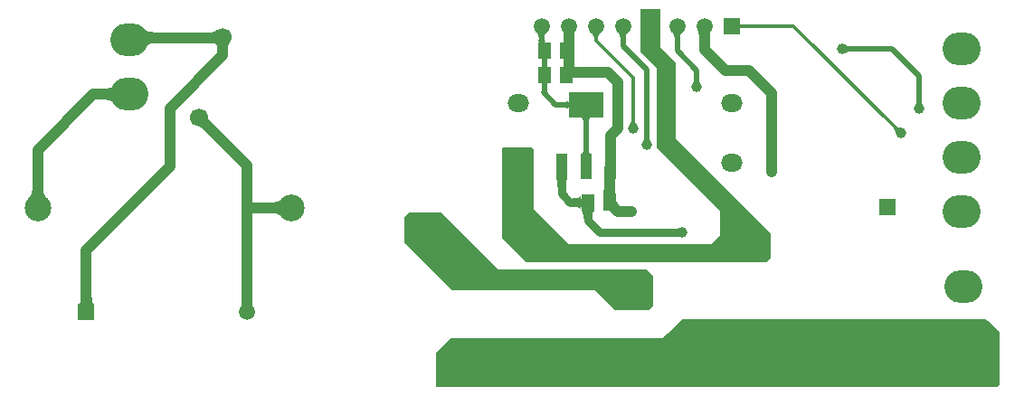
<source format=gbl>
G04 Layer_Physical_Order=2*
G04 Layer_Color=16711680*
%FSLAX44Y44*%
%MOMM*%
G71*
G01*
G75*
%ADD14R,1.2700X1.6002*%
%ADD27C,1.0000*%
%ADD28C,0.7620*%
%ADD29C,0.5000*%
%ADD30C,0.3000*%
%ADD33C,1.5000*%
%ADD34R,1.5000X1.5000*%
%ADD35O,2.0320X1.6510*%
%ADD36O,3.5560X3.0480*%
%ADD37R,1.5000X1.5000*%
%ADD38C,2.5000*%
%ADD39C,1.7000*%
%ADD40C,1.0000*%
%ADD41R,1.0000X2.4000*%
%ADD42R,3.3000X2.4000*%
G36*
X515657Y-163430D02*
X515460Y-163658D01*
X515286Y-164039D01*
X515135Y-164573D01*
X515008Y-165259D01*
X514903Y-166097D01*
X514764Y-168230D01*
X514718Y-170973D01*
X507098D01*
X507086Y-169526D01*
X506808Y-165259D01*
X506681Y-164573D01*
X506530Y-164039D01*
X506356Y-163658D01*
X506159Y-163430D01*
X505938Y-163354D01*
X515877D01*
X515657Y-163430D01*
D02*
G37*
G36*
X560765Y-168841D02*
X561227Y-175341D01*
X561399Y-176042D01*
X561596Y-176542D01*
X561821Y-176842D01*
X562071Y-176942D01*
X549432D01*
X549683Y-176842D01*
X549907Y-176542D01*
X550105Y-176042D01*
X550277Y-175341D01*
X550422Y-174442D01*
X550633Y-172041D01*
X550739Y-168841D01*
X550752Y-166942D01*
X560752D01*
X560765Y-168841D01*
D02*
G37*
G36*
X25733Y-172026D02*
X25846Y-173216D01*
X26033Y-174353D01*
X26296Y-175436D01*
X26634Y-176466D01*
X27046Y-177442D01*
X27534Y-178365D01*
X28096Y-179234D01*
X28733Y-180049D01*
X29446Y-180811D01*
X11946D01*
X12658Y-180049D01*
X13296Y-179234D01*
X13858Y-178365D01*
X14346Y-177442D01*
X14758Y-176466D01*
X15096Y-175436D01*
X15359Y-174353D01*
X15546Y-173216D01*
X15659Y-172026D01*
X15696Y-170782D01*
X25696D01*
X25733Y-172026D01*
D02*
G37*
G36*
X536433Y-135365D02*
X536507Y-136215D01*
X536630Y-136965D01*
X536803Y-137614D01*
X537025Y-138165D01*
X537297Y-138615D01*
X537618Y-138965D01*
X537989Y-139214D01*
X538408Y-139365D01*
X538877Y-139415D01*
X528938D01*
X529408Y-139365D01*
X529827Y-139214D01*
X530198Y-138965D01*
X530519Y-138615D01*
X530791Y-138165D01*
X531013Y-137614D01*
X531186Y-136965D01*
X531309Y-136215D01*
X531383Y-135365D01*
X531408Y-134415D01*
X536408D01*
X536433Y-135365D01*
D02*
G37*
G36*
X179982Y-105783D02*
X180085Y-106115D01*
X180259Y-106490D01*
X180504Y-106909D01*
X180819Y-107372D01*
X181204Y-107878D01*
X182187Y-109022D01*
X183452Y-110341D01*
X176381Y-117412D01*
X175700Y-116744D01*
X173412Y-114779D01*
X172949Y-114464D01*
X172530Y-114219D01*
X172155Y-114045D01*
X171823Y-113942D01*
X171535Y-113910D01*
X179950Y-105495D01*
X179982Y-105783D01*
D02*
G37*
G36*
X824189Y-113634D02*
X824542Y-113902D01*
X824920Y-114138D01*
X825322Y-114342D01*
X825748Y-114514D01*
X826198Y-114653D01*
X826673Y-114760D01*
X827172Y-114835D01*
X827696Y-114878D01*
X828244Y-114888D01*
X823294Y-119838D01*
X823284Y-119290D01*
X823241Y-118766D01*
X823166Y-118267D01*
X823059Y-117792D01*
X822919Y-117342D01*
X822748Y-116916D01*
X822544Y-116514D01*
X822308Y-116137D01*
X822040Y-115783D01*
X821739Y-115455D01*
X823861Y-113333D01*
X824189Y-113634D01*
D02*
G37*
G36*
X593314Y-124272D02*
X593394Y-125239D01*
X593464Y-125669D01*
X593554Y-126063D01*
X593664Y-126421D01*
X593794Y-126743D01*
X593944Y-127029D01*
X594114Y-127279D01*
X594304Y-127493D01*
X587304D01*
X587494Y-127279D01*
X587664Y-127029D01*
X587814Y-126743D01*
X587944Y-126421D01*
X588054Y-126063D01*
X588144Y-125669D01*
X588214Y-125239D01*
X588264Y-124774D01*
X588304Y-123734D01*
X593304D01*
X593314Y-124272D01*
D02*
G37*
G36*
X529143Y-192532D02*
X529066Y-191808D01*
X528837Y-191160D01*
X528454Y-190589D01*
X527919Y-190094D01*
X527230Y-189674D01*
X526389Y-189332D01*
X525394Y-189065D01*
X524247Y-188874D01*
X522946Y-188760D01*
X521493Y-188722D01*
Y-181102D01*
X522946Y-181064D01*
X524247Y-180950D01*
X525394Y-180759D01*
X526389Y-180492D01*
X527230Y-180149D01*
X527919Y-179730D01*
X528454Y-179235D01*
X528837Y-178664D01*
X529066Y-178016D01*
X529143Y-177292D01*
Y-192532D01*
D02*
G37*
G36*
X221474Y-281918D02*
X210974D01*
X211021Y-281826D01*
X211064Y-281650D01*
X211101Y-281389D01*
X211161Y-280612D01*
X211222Y-278039D01*
X211224Y-277184D01*
X221224D01*
X221474Y-281918D01*
D02*
G37*
G36*
X407924Y-203708D02*
X451866Y-247650D01*
X590550D01*
X593090Y-250190D01*
X596900Y-254000D01*
Y-257302D01*
Y-281178D01*
X596646Y-281432D01*
X592582Y-285496D01*
X561086D01*
X542544Y-266954D01*
X408686D01*
X379984Y-238252D01*
X363982Y-222250D01*
Y-208534D01*
Y-198882D01*
X366522Y-196342D01*
X368554Y-194310D01*
X398526D01*
X407924Y-203708D01*
D02*
G37*
G36*
X910336Y-295656D02*
X921004Y-306324D01*
Y-326390D01*
Y-355092D01*
X920750Y-355346D01*
X918788Y-357308D01*
X393700D01*
Y-325120D01*
X406908Y-311912D01*
X605536D01*
X610108Y-307340D01*
X623570Y-293878D01*
X908558D01*
X910336Y-295656D01*
D02*
G37*
G36*
X71249Y-271705D02*
X71619Y-276204D01*
X71841Y-277304D01*
X72113Y-278204D01*
X72434Y-278904D01*
X72804Y-279405D01*
X73224Y-279704D01*
X73693Y-279804D01*
X58755D01*
X59224Y-279704D01*
X59644Y-279405D01*
X60014Y-278904D01*
X60335Y-278204D01*
X60607Y-277304D01*
X60829Y-276204D01*
X61002Y-274904D01*
X61199Y-271705D01*
X61224Y-269804D01*
X71224D01*
X71249Y-271705D01*
D02*
G37*
G36*
X249269Y-198488D02*
X248507Y-197775D01*
X247692Y-197138D01*
X246823Y-196576D01*
X245900Y-196088D01*
X244924Y-195676D01*
X243894Y-195338D01*
X242811Y-195075D01*
X241674Y-194888D01*
X240483Y-194776D01*
X239240Y-194738D01*
Y-184738D01*
X240483Y-184701D01*
X241674Y-184588D01*
X242811Y-184401D01*
X243894Y-184138D01*
X244924Y-183801D01*
X245900Y-183388D01*
X246823Y-182901D01*
X247692Y-182338D01*
X248507Y-181700D01*
X249269Y-180988D01*
Y-198488D01*
D02*
G37*
G36*
X541275Y-192959D02*
X540848Y-193187D01*
X540472Y-193568D01*
X540145Y-194102D01*
X539869Y-194788D01*
X539644Y-195626D01*
X539468Y-196616D01*
X539342Y-197759D01*
X539242Y-200502D01*
X531622D01*
X531597Y-199055D01*
X531396Y-196616D01*
X531221Y-195626D01*
X530995Y-194788D01*
X530718Y-194102D01*
X530392Y-193568D01*
X530016Y-193187D01*
X529589Y-192959D01*
X529113Y-192882D01*
X541752D01*
X541275Y-192959D01*
D02*
G37*
G36*
X603504Y-39370D02*
X604520Y-40386D01*
X617728Y-53594D01*
Y-66802D01*
Y-124714D01*
X685800Y-192786D01*
X706374Y-213360D01*
Y-224790D01*
Y-236982D01*
X705358Y-237998D01*
X702818Y-240538D01*
X478028D01*
X472186Y-234696D01*
X455422Y-217932D01*
Y-202438D01*
Y-134620D01*
Y-134366D01*
X456438Y-133350D01*
X483616D01*
X484886Y-134620D01*
X485140Y-134874D01*
Y-150114D01*
Y-191008D01*
X494792Y-200660D01*
X517906Y-223774D01*
X651002D01*
X651764Y-223012D01*
X659384Y-215392D01*
Y-212598D01*
Y-192786D01*
X610108Y-143510D01*
X599694Y-133096D01*
Y-82296D01*
Y-58674D01*
X595630Y-54610D01*
X584962Y-43942D01*
Y-24892D01*
Y-3626D01*
X603504D01*
Y-39370D01*
D02*
G37*
G36*
X579370Y-108245D02*
X579430Y-108685D01*
X579530Y-109118D01*
X579670Y-109547D01*
X579850Y-109969D01*
X580070Y-110386D01*
X580330Y-110798D01*
X580630Y-111204D01*
X580970Y-111604D01*
X581350Y-111999D01*
X574350D01*
X574730Y-111604D01*
X575070Y-111204D01*
X575370Y-110798D01*
X575630Y-110386D01*
X575850Y-109969D01*
X576030Y-109547D01*
X576170Y-109118D01*
X576270Y-108685D01*
X576330Y-108245D01*
X576350Y-107800D01*
X579350D01*
X579370Y-108245D01*
D02*
G37*
G36*
X547589Y-25641D02*
X546390Y-27042D01*
X545902Y-27717D01*
X545490Y-28375D01*
X545152Y-29016D01*
X544889Y-29639D01*
X544702Y-30245D01*
X544590Y-30835D01*
X544552Y-31407D01*
X541552D01*
X541515Y-30835D01*
X541402Y-30245D01*
X541214Y-29639D01*
X540952Y-29016D01*
X540615Y-28375D01*
X540202Y-27717D01*
X539715Y-27042D01*
X539152Y-26350D01*
X537802Y-24914D01*
X548302D01*
X547589Y-25641D01*
D02*
G37*
G36*
X496979Y-25461D02*
X496512Y-26025D01*
X496100Y-26606D01*
X495742Y-27202D01*
X495439Y-27816D01*
X495192Y-28445D01*
X495000Y-29091D01*
X494862Y-29754D01*
X494780Y-30430D01*
X494852Y-31247D01*
X494977Y-31997D01*
X495152Y-32648D01*
X495377Y-33198D01*
X495652Y-33647D01*
X495977Y-33997D01*
X496352Y-34248D01*
X496777Y-34397D01*
X497252Y-34448D01*
X488473D01*
X488716Y-34397D01*
X488933Y-34248D01*
X489125Y-33997D01*
X489291Y-33647D01*
X489432Y-33198D01*
X489547Y-32648D01*
X489637Y-31997D01*
X489729Y-30553D01*
X489725Y-30433D01*
X489642Y-29754D01*
X489505Y-29091D01*
X489312Y-28445D01*
X489064Y-27816D01*
X488762Y-27202D01*
X488405Y-26606D01*
X487992Y-26025D01*
X487524Y-25461D01*
X487002Y-24914D01*
X497502D01*
X496979Y-25461D01*
D02*
G37*
G36*
X187429Y-36410D02*
X187203Y-36233D01*
X186896Y-36075D01*
X186509Y-35936D01*
X186040Y-35815D01*
X185490Y-35712D01*
X184148Y-35564D01*
X182482Y-35489D01*
X181528Y-35480D01*
X181426Y-25480D01*
X182379Y-25470D01*
X185387Y-25238D01*
X185937Y-25131D01*
X186407Y-25005D01*
X186796Y-24859D01*
X187104Y-24694D01*
X187331Y-24510D01*
X187429Y-36410D01*
D02*
G37*
G36*
X573180Y-25461D02*
X572712Y-26025D01*
X572299Y-26606D01*
X571942Y-27202D01*
X571640Y-27816D01*
X571392Y-28445D01*
X571199Y-29091D01*
X571062Y-29754D01*
X570979Y-30433D01*
X570952Y-31129D01*
X565952D01*
X565924Y-30433D01*
X565842Y-29754D01*
X565704Y-29091D01*
X565512Y-28445D01*
X565265Y-27816D01*
X564962Y-27202D01*
X564604Y-26606D01*
X564192Y-26025D01*
X563725Y-25461D01*
X563202Y-24914D01*
X573702D01*
X573180Y-25461D01*
D02*
G37*
G36*
X677521Y-16843D02*
X677612Y-17098D01*
X677764Y-17323D01*
X677976Y-17518D01*
X678249Y-17683D01*
X678582Y-17818D01*
X678976Y-17923D01*
X679430Y-17998D01*
X679946Y-18043D01*
X680521Y-18058D01*
Y-21058D01*
X679946Y-21073D01*
X679430Y-21118D01*
X678976Y-21193D01*
X678582Y-21298D01*
X678249Y-21433D01*
X677976Y-21598D01*
X677764Y-21793D01*
X677612Y-22018D01*
X677521Y-22273D01*
X677491Y-22558D01*
Y-16558D01*
X677521Y-16843D01*
D02*
G37*
G36*
X649855Y-25006D02*
X649812Y-25182D01*
X649774Y-25443D01*
X649715Y-26220D01*
X649654Y-28793D01*
X649652Y-29648D01*
X639652D01*
X639402Y-24914D01*
X649902D01*
X649855Y-25006D01*
D02*
G37*
G36*
X623979Y-25461D02*
X623512Y-26025D01*
X623100Y-26606D01*
X622742Y-27202D01*
X622439Y-27816D01*
X622192Y-28445D01*
X622000Y-29091D01*
X621862Y-29754D01*
X621780Y-30433D01*
X621752Y-31129D01*
X616752D01*
X616725Y-30433D01*
X616642Y-29754D01*
X616505Y-29091D01*
X616312Y-28445D01*
X616064Y-27816D01*
X615762Y-27202D01*
X615405Y-26606D01*
X614992Y-26025D01*
X614524Y-25461D01*
X614002Y-24914D01*
X624502D01*
X623979Y-25461D01*
D02*
G37*
G36*
X118561Y-21449D02*
X119133Y-22295D01*
X119953Y-23041D01*
X121019Y-23688D01*
X122331Y-24236D01*
X123891Y-24684D01*
X125696Y-25032D01*
X127749Y-25281D01*
X130048Y-25430D01*
X132593Y-25480D01*
X134210Y-35480D01*
X131765Y-35530D01*
X127712Y-35929D01*
X126103Y-36277D01*
X124773Y-36726D01*
X123722Y-37274D01*
X122950Y-37922D01*
X122456Y-38670D01*
X122241Y-39517D01*
X122305Y-40464D01*
X118234Y-20503D01*
X118561Y-21449D01*
D02*
G37*
G36*
X92702Y-93546D02*
X92573Y-92600D01*
X92184Y-91753D01*
X91536Y-91006D01*
X90630Y-90359D01*
X89464Y-89811D01*
X88039Y-89363D01*
X86355Y-89014D01*
X84412Y-88765D01*
X82210Y-88616D01*
X79748Y-88566D01*
Y-78566D01*
X82210Y-78516D01*
X86355Y-78118D01*
X88039Y-77769D01*
X89464Y-77321D01*
X90630Y-76773D01*
X91536Y-76126D01*
X92184Y-75379D01*
X92573Y-74532D01*
X92702Y-73586D01*
Y-93546D01*
D02*
G37*
G36*
X517469Y-98384D02*
X517419Y-97909D01*
X517268Y-97484D01*
X517016Y-97109D01*
X516664Y-96784D01*
X516211Y-96509D01*
X515658Y-96284D01*
X515004Y-96109D01*
X514249Y-95984D01*
X513394Y-95909D01*
X512439Y-95884D01*
Y-90884D01*
X513394Y-90859D01*
X514249Y-90784D01*
X515004Y-90659D01*
X515658Y-90484D01*
X516211Y-90259D01*
X516664Y-89984D01*
X517016Y-89659D01*
X517268Y-89284D01*
X517419Y-88859D01*
X517469Y-88384D01*
Y-98384D01*
D02*
G37*
G36*
X538433Y-105403D02*
X538008Y-105554D01*
X537633Y-105803D01*
X537308Y-106153D01*
X537033Y-106603D01*
X536808Y-107154D01*
X536633Y-107803D01*
X536508Y-108553D01*
X536433Y-109403D01*
X536408Y-110353D01*
X531408D01*
X531383Y-109403D01*
X531308Y-108553D01*
X531183Y-107803D01*
X531008Y-107154D01*
X530783Y-106603D01*
X530508Y-106153D01*
X530183Y-105803D01*
X529808Y-105554D01*
X529383Y-105403D01*
X528908Y-105353D01*
X538908D01*
X538433Y-105403D01*
D02*
G37*
G36*
X848076Y-90236D02*
X848156Y-91203D01*
X848226Y-91633D01*
X848316Y-92027D01*
X848426Y-92385D01*
X848556Y-92707D01*
X848706Y-92993D01*
X848876Y-93243D01*
X849066Y-93457D01*
X842066D01*
X842256Y-93243D01*
X842426Y-92993D01*
X842576Y-92707D01*
X842706Y-92385D01*
X842816Y-92027D01*
X842906Y-91633D01*
X842976Y-91203D01*
X843026Y-90738D01*
X843066Y-89698D01*
X848066D01*
X848076Y-90236D01*
D02*
G37*
G36*
X199486Y-36449D02*
X199342Y-36752D01*
X199216Y-37136D01*
X199106Y-37602D01*
X199013Y-38149D01*
X198878Y-39490D01*
X198810Y-41157D01*
X198802Y-42113D01*
X188802Y-42627D01*
X188792Y-41674D01*
X188635Y-39300D01*
X188541Y-38669D01*
X188426Y-38119D01*
X188290Y-37649D01*
X188133Y-37259D01*
X187955Y-36950D01*
X187757Y-36721D01*
X199646Y-36229D01*
X199486Y-36449D01*
D02*
G37*
G36*
X777215Y-37838D02*
X777465Y-38008D01*
X777751Y-38158D01*
X778073Y-38288D01*
X778431Y-38398D01*
X778825Y-38488D01*
X779255Y-38558D01*
X779720Y-38608D01*
X780760Y-38648D01*
Y-43648D01*
X780222Y-43658D01*
X779255Y-43738D01*
X778825Y-43808D01*
X778431Y-43898D01*
X778073Y-44008D01*
X777751Y-44138D01*
X777465Y-44288D01*
X777215Y-44458D01*
X777001Y-44648D01*
Y-37648D01*
X777215Y-37838D01*
D02*
G37*
G36*
X640050Y-70170D02*
X640130Y-71137D01*
X640200Y-71567D01*
X640290Y-71961D01*
X640400Y-72319D01*
X640530Y-72641D01*
X640680Y-72927D01*
X640850Y-73177D01*
X641040Y-73391D01*
X634040D01*
X634230Y-73177D01*
X634400Y-72927D01*
X634550Y-72641D01*
X634680Y-72319D01*
X634790Y-71961D01*
X634880Y-71567D01*
X634950Y-71137D01*
X635000Y-70672D01*
X635040Y-69632D01*
X640040D01*
X640050Y-70170D01*
D02*
G37*
D14*
X494792Y-42418D02*
D03*
X515112D02*
D03*
X535432Y-184912D02*
D03*
X555752D02*
D03*
X494792Y-65786D02*
D03*
X515112D02*
D03*
D27*
X797052Y-332740D02*
X809428D01*
X400558D02*
X797052D01*
X517652Y-63246D02*
Y-19558D01*
X193450Y-30410D02*
X193802Y-30762D01*
Y-46990D02*
Y-30762D01*
X144272Y-96520D02*
X193802Y-46990D01*
X144272Y-151384D02*
Y-96520D01*
X108966Y-30480D02*
X193380D01*
X106680Y-32766D02*
X108966Y-30480D01*
X72898Y-83566D02*
X106680D01*
X20696Y-135768D02*
X72898Y-83566D01*
X20696Y-189738D02*
Y-135768D01*
X608584Y-127508D02*
Y-57404D01*
X593852Y-42672D02*
X608584Y-57404D01*
X593852Y-42672D02*
Y-19558D01*
X513842Y-234188D02*
X686054D01*
X470230Y-190576D02*
X513842Y-234188D01*
X470230Y-190576D02*
Y-148082D01*
X454406Y-258318D02*
X585978D01*
X586232Y-258572D01*
X412496Y-216408D02*
X454406Y-258318D01*
X686054Y-234188D02*
X693928Y-226314D01*
Y-212852D01*
X608584Y-127508D02*
X693928Y-212852D01*
X809428Y-332740D02*
X816102Y-339414D01*
X686562Y-61468D02*
X707390Y-82296D01*
X644652Y-41656D02*
Y-19558D01*
X664464Y-61468D02*
X686562D01*
X644652Y-41656D02*
X664464Y-61468D01*
X707390Y-156210D02*
Y-82296D01*
X563880Y-193040D02*
X576580D01*
X555752Y-184912D02*
X563880Y-193040D01*
X517652Y-63246D02*
X517906Y-62992D01*
X515112Y-65786D02*
X517652Y-63246D01*
X517906Y-62992D02*
X554482D01*
X563880Y-72390D01*
Y-115316D02*
Y-72390D01*
X556908Y-122288D02*
X563880Y-115316D01*
X556908Y-151384D02*
Y-122288D01*
X555752Y-152540D02*
X556908Y-151384D01*
X555752Y-184912D02*
Y-152540D01*
X377698Y-216408D02*
X412496D01*
X216224Y-191008D02*
Y-150184D01*
Y-287274D02*
Y-191008D01*
X217494Y-189738D01*
X258196D01*
X171450Y-105410D02*
X216224Y-150184D01*
X66224Y-287274D02*
Y-229432D01*
X144272Y-151384D01*
D28*
X510908Y-176644D02*
Y-151384D01*
Y-176644D02*
X519176Y-184912D01*
X535432D01*
X546354Y-212852D02*
X623824D01*
X535432Y-201930D02*
X546354Y-212852D01*
X535432Y-201930D02*
Y-184912D01*
D29*
X494792Y-81534D02*
Y-42418D01*
X637540Y-76962D02*
Y-60960D01*
X619252Y-42672D02*
X637540Y-60960D01*
X619252Y-42672D02*
Y-19558D01*
X568452Y-38354D02*
X590804Y-60706D01*
X568452Y-38354D02*
Y-19558D01*
X590804Y-131064D02*
Y-60706D01*
X492252Y-39878D02*
X494792Y-42418D01*
X492252Y-39878D02*
Y-19558D01*
X494284Y-82042D02*
X494792Y-81534D01*
X494284Y-82042D02*
X505626Y-93384D01*
X533908D01*
Y-151384D02*
Y-93384D01*
X845566Y-97028D02*
Y-66294D01*
X820420Y-41148D02*
X845566Y-66294D01*
X773430Y-41148D02*
X820420D01*
D30*
X543052Y-33020D02*
X577850Y-67818D01*
Y-115570D02*
Y-67818D01*
X543052Y-33020D02*
Y-19558D01*
X727964D02*
X828294Y-119888D01*
X670052Y-19558D02*
X727964D01*
D33*
X816102Y-339414D02*
D03*
X492252Y-19558D02*
D03*
X517652D02*
D03*
X543052D02*
D03*
X568452D02*
D03*
X593852D02*
D03*
X619252D02*
D03*
X644652D02*
D03*
X216224Y-287274D02*
D03*
D34*
X816102Y-189414D02*
D03*
D35*
X470230Y-148082D02*
D03*
X670230D02*
D03*
X470230Y-91948D02*
D03*
X670230D02*
D03*
D36*
X887222Y-314452D02*
D03*
Y-263652D02*
D03*
X885190Y-193548D02*
D03*
Y-41148D02*
D03*
Y-91948D02*
D03*
Y-142748D02*
D03*
X106680Y-83566D02*
D03*
Y-32766D02*
D03*
D37*
X670052Y-19558D02*
D03*
X66224Y-287274D02*
D03*
D38*
X258196Y-189738D02*
D03*
X20696D02*
D03*
D39*
X171450Y-105410D02*
D03*
X193450Y-30410D02*
D03*
D40*
X797052Y-333502D02*
D03*
X834136Y-339344D02*
D03*
X416814Y-332994D02*
D03*
X378206Y-202184D02*
D03*
X586232Y-274320D02*
D03*
Y-258572D02*
D03*
X693928Y-226314D02*
D03*
X400558Y-332740D02*
D03*
X707390Y-156210D02*
D03*
X637540Y-76962D02*
D03*
X576580Y-193040D02*
D03*
X577850Y-115570D02*
D03*
X590804Y-131064D02*
D03*
X828294Y-119888D02*
D03*
X773430Y-41148D02*
D03*
X845566Y-97028D02*
D03*
X623824Y-212852D02*
D03*
X377698Y-216408D02*
D03*
D41*
X556908Y-151384D02*
D03*
X533908Y-151384D02*
D03*
X510908Y-151384D02*
D03*
D42*
X533908Y-93384D02*
D03*
M02*

</source>
